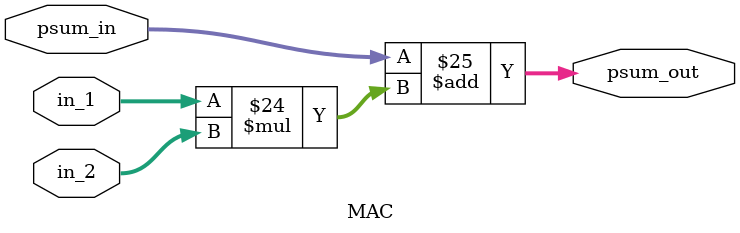
<source format=v>
/**************************************************************************/
// Copyright (c) 2024, OASIS Lab
// MODULE: SA
// FILE NAME: SA_wocg.v
// VERSRION: 1.0
// DATE: Nov 06, 2024
// AUTHOR: Yen-Ning Tung, NYCU AIG
// CODE TYPE: RTL or Behavioral Level (Verilog)
// DESCRIPTION: 2024 Spring IC Lab / Exersise Lab08 / SA_wocg
// MODIFICATION HISTORY:
// Date                 Description
// 
/**************************************************************************/

module SA(
	// Input signals
	clk,
	rst_n,
	in_valid,
	T,
	in_data,
	w_Q,
	w_K,
	w_V,
	// Output signals
	out_valid,
	out_data
);

input clk;
input rst_n;
input in_valid;
input [3:0] T;
input signed [7:0] in_data;
input signed [7:0] w_Q;
input signed [7:0] w_K;
input signed [7:0] w_V;

output reg out_valid;
output reg signed [63:0] out_data;

//==============================================//
//       parameter & integer declaration        //
//==============================================//
localparam IDLE = 'd0;
localparam CAL 	= 'd1;
localparam WAIT = 'd2;
localparam DOUT	= 'd3;


//==============================================//
//           reg & wire declaration             //
//==============================================//
// state
reg [1:0] state, next_state;


// input regs
reg signed [7:0] in_data_reg [0:7][0:7];
reg signed [7:0] weight_reg  [0:7][0:7];
reg [3:0] T_reg;

// after linear
reg signed [18:0] Q_matrix [0:7][0:7];
reg signed [18:0] K_matrix [0:7][0:7];
reg signed [18:0] V_matrix [0:7][0:7];

// Q * K
reg signed [40:0] QK_matrix [0:7][0:7];

reg signed [59:0] P_reg [0:7];
reg signed [60:0] add_stage_1 [0:3];
reg signed [61:0] add_stage_2 [0:1];
reg signed [62:0] out_reg;

// counter
reg [2:0] count_x;
reg [2:0] count_y;
reg [1:0] count_channel;
reg [5:0] out_count;


// control
wire count_x_done = count_x == 'd7;
wire count_y_done = count_y == 'd7;
wire count_channel_done = count_channel == 'd3;

wire cal_done 	= count_x_done & count_channel_done;
wire wait_done 	= count_x == 'd1;
wire dout_done 	= out_count == (T_reg << 3) - 'd1;

//==============================================//
//                  design                      //
//==============================================//
// next state logic
always @(*) begin
	case(state)
		IDLE 	: next_state = in_valid 	? CAL 	: IDLE;
		CAL		: next_state = cal_done 	? WAIT	: CAL;
		WAIT	: next_state = wait_done	? DOUT 	: WAIT;
		DOUT	: next_state = dout_done	? IDLE	: DOUT;
		default : next_state = IDLE;
	endcase
end

// FSM
always @(posedge clk or negedge rst_n) begin
	if(!rst_n) begin
		state <= IDLE;
	end
	else begin
		state <= next_state;
	end
end


// input regs
integer i, j;
always @(posedge clk or negedge rst_n) begin
	if(!rst_n) begin
		for(i=0; i<8; i=i+1) begin
			for(j=0; j<8; j=j+1) begin
				in_data_reg[i][j] <= 'd0;
			end
		end
	end
	else if(in_valid) begin
		if (state == IDLE) begin
			in_data_reg[0][0] <= in_data;
		end
		else if (count_y < T_reg & count_channel == 'd0) begin
			in_data_reg[count_y][count_x] <= in_data;
		end
	end
end

always @(posedge clk or negedge rst_n) begin
	if(!rst_n) begin
		for(i=0; i<8; i=i+1) begin
			for(j=0; j<8; j=j+1) begin
				weight_reg[i][j] <= 'd0;
			end
		end
	end
	else if(in_valid) begin
		if(count_channel == 'd0) begin
			weight_reg[count_y][count_x] <= w_Q;
		end
		else if(count_channel == 'd1) begin
			weight_reg[count_y][count_x] <= w_K;
		end
		else if(count_channel == 'd2) begin
			weight_reg[count_y][count_x] <= w_V;
		end
	end
	else if(state == IDLE) begin
		for(i=0; i<8; i=i+1) begin
			for(j=0; j<8; j=j+1) begin
				weight_reg[i][j] <= 'd0;
			end
		end
	end
end

always @(posedge clk or negedge rst_n) begin
	if(!rst_n) begin
		T_reg <= 'd0;
	end
	else if(in_valid & count_x == 'd0 & count_y == 'd0 & count_channel == 'd0) begin
		T_reg <= T;
	end
	else if(state == IDLE) begin
		T_reg <= 'd0;
	end
end

// counter
always @(posedge clk or negedge rst_n) begin
	if(!rst_n) begin
		count_x <= 'd0;
	end
	else if(in_valid | state == CAL) begin
		count_x <= count_x_done ? 'd0 : (count_x + 'd1);
	end
	else if(state == WAIT | state == DOUT) begin
		count_x <= count_x_done ? 'd0 : (count_x + 'd1);
	end
	else if(state == IDLE) begin
		count_x <= 'd0;
	end
end

always @(posedge clk or negedge rst_n) begin
	if(!rst_n) begin
		count_y <= 'd0;
	end
	else if(count_x_done) begin
		count_y <= count_y_done ? 'd0 : (count_y + 'd1);
	end
	else if(state == IDLE) begin
		count_y <= 'd0;
	end
end

always @(posedge clk or negedge rst_n) begin
	if(!rst_n) begin
		count_channel <= 'd0;
	end
	else if(count_x_done & count_y_done) begin
		count_channel <= count_channel_done ? 'd0 : (count_channel + 'd1);
	end
	else if(state == IDLE) begin
		count_channel <= 'd0;
	end
end


reg signed [7:0] mac_0_in_1, mac_1_in_1, mac_2_in_1, mac_3_in_1, mac_4_in_1, mac_5_in_1, mac_6_in_1, mac_7_in_1;
reg signed [7:0] mac_0_in_2, mac_1_in_2, mac_2_in_2, mac_3_in_2, mac_4_in_2, mac_5_in_2, mac_6_in_2, mac_7_in_2;
reg signed [18:0] mac_0_psum_in, mac_1_psum_in, mac_2_psum_in, mac_3_psum_in, mac_4_psum_in, mac_5_psum_in, mac_6_psum_in, mac_7_psum_in;
wire signed [18:0] mac_0_psum_out, mac_1_psum_out, mac_2_psum_out, mac_3_psum_out, mac_4_psum_out, mac_5_psum_out, mac_6_psum_out, mac_7_psum_out;

MAC MAC_inst_0 (.in_1(mac_0_in_1), .in_2(mac_0_in_2), .psum_in(mac_0_psum_in), .psum_out(mac_0_psum_out));
MAC MAC_inst_1 (.in_1(mac_1_in_1), .in_2(mac_1_in_2), .psum_in(mac_1_psum_in), .psum_out(mac_1_psum_out));
MAC MAC_inst_2 (.in_1(mac_2_in_1), .in_2(mac_2_in_2), .psum_in(mac_2_psum_in), .psum_out(mac_2_psum_out));
MAC MAC_inst_3 (.in_1(mac_3_in_1), .in_2(mac_3_in_2), .psum_in(mac_3_psum_in), .psum_out(mac_3_psum_out));
MAC MAC_inst_4 (.in_1(mac_4_in_1), .in_2(mac_4_in_2), .psum_in(mac_4_psum_in), .psum_out(mac_4_psum_out));
MAC MAC_inst_5 (.in_1(mac_5_in_1), .in_2(mac_5_in_2), .psum_in(mac_5_psum_in), .psum_out(mac_5_psum_out));
MAC MAC_inst_6 (.in_1(mac_6_in_1), .in_2(mac_6_in_2), .psum_in(mac_6_psum_in), .psum_out(mac_6_psum_out));
MAC MAC_inst_7 (.in_1(mac_7_in_1), .in_2(mac_7_in_2), .psum_in(mac_7_psum_in), .psum_out(mac_7_psum_out));

always @(*) begin
	case(count_channel)
		'd1 : begin
			mac_0_in_1 = in_data_reg[0][count_y];
			mac_1_in_1 = in_data_reg[1][count_y];
			mac_2_in_1 = in_data_reg[2][count_y];
			mac_3_in_1 = in_data_reg[3][count_y];
			mac_4_in_1 = in_data_reg[4][count_y];
			mac_5_in_1 = in_data_reg[5][count_y];
			mac_6_in_1 = in_data_reg[6][count_y];
			mac_7_in_1 = in_data_reg[7][count_y];
			mac_0_in_2 = weight_reg[count_y][count_x];
			mac_1_in_2 = weight_reg[count_y][count_x];
			mac_2_in_2 = weight_reg[count_y][count_x];
			mac_3_in_2 = weight_reg[count_y][count_x];
			mac_4_in_2 = weight_reg[count_y][count_x];
			mac_5_in_2 = weight_reg[count_y][count_x];
			mac_6_in_2 = weight_reg[count_y][count_x];
			mac_7_in_2 = weight_reg[count_y][count_x];
			mac_0_psum_in = Q_matrix[0][count_x];
			mac_1_psum_in = Q_matrix[1][count_x];
			mac_2_psum_in = Q_matrix[2][count_x];
			mac_3_psum_in = Q_matrix[3][count_x];
			mac_4_psum_in = Q_matrix[4][count_x];
			mac_5_psum_in = Q_matrix[5][count_x];
			mac_6_psum_in = Q_matrix[6][count_x];
			mac_7_psum_in = Q_matrix[7][count_x];
		end
		'd2 : begin
			mac_0_in_1 = in_data_reg[0][count_y];
			mac_1_in_1 = in_data_reg[1][count_y];
			mac_2_in_1 = in_data_reg[2][count_y];
			mac_3_in_1 = in_data_reg[3][count_y];
			mac_4_in_1 = in_data_reg[4][count_y];
			mac_5_in_1 = in_data_reg[5][count_y];
			mac_6_in_1 = in_data_reg[6][count_y];
			mac_7_in_1 = in_data_reg[7][count_y];
			mac_0_in_2 = weight_reg[count_y][count_x];
			mac_1_in_2 = weight_reg[count_y][count_x];
			mac_2_in_2 = weight_reg[count_y][count_x];
			mac_3_in_2 = weight_reg[count_y][count_x];
			mac_4_in_2 = weight_reg[count_y][count_x];
			mac_5_in_2 = weight_reg[count_y][count_x];
			mac_6_in_2 = weight_reg[count_y][count_x];
			mac_7_in_2 = weight_reg[count_y][count_x];
			mac_0_psum_in = K_matrix[0][count_x];
			mac_1_psum_in = K_matrix[1][count_x];
			mac_2_psum_in = K_matrix[2][count_x];
			mac_3_psum_in = K_matrix[3][count_x];
			mac_4_psum_in = K_matrix[4][count_x];
			mac_5_psum_in = K_matrix[5][count_x];
			mac_6_psum_in = K_matrix[6][count_x];
			mac_7_psum_in = K_matrix[7][count_x];
		end
		'd3 : begin
			mac_0_in_1 = in_data_reg[0][count_x];
			mac_1_in_1 = in_data_reg[0][count_x];
			mac_2_in_1 = in_data_reg[0][count_x];
			mac_3_in_1 = in_data_reg[0][count_x];
			mac_4_in_1 = in_data_reg[0][count_x];
			mac_5_in_1 = in_data_reg[0][count_x];
			mac_6_in_1 = in_data_reg[0][count_x];
			mac_7_in_1 = in_data_reg[0][count_x];
			mac_0_in_2 = weight_reg[count_x][0];
			mac_1_in_2 = weight_reg[count_x][1];
			mac_2_in_2 = weight_reg[count_x][2];
			mac_3_in_2 = weight_reg[count_x][3];
			mac_4_in_2 = weight_reg[count_x][4];
			mac_5_in_2 = weight_reg[count_x][5];
			mac_6_in_2 = weight_reg[count_x][6];
			mac_7_in_2 = weight_reg[count_x][7];
			mac_0_psum_in = V_matrix[0][0];
			mac_1_psum_in = V_matrix[0][1];
			mac_2_psum_in = V_matrix[0][2];
			mac_3_psum_in = V_matrix[0][3];
			mac_4_psum_in = V_matrix[0][4];
			mac_5_psum_in = V_matrix[0][5];
			mac_6_psum_in = V_matrix[0][6];
			mac_7_psum_in = V_matrix[0][7];
		end
		default : begin
			mac_0_in_1 = 'd0;
			mac_1_in_1 = 'd0;
			mac_2_in_1 = 'd0;
			mac_3_in_1 = 'd0;
			mac_4_in_1 = 'd0;
			mac_5_in_1 = 'd0;
			mac_6_in_1 = 'd0;
			mac_7_in_1 = 'd0;
			mac_0_in_2 = 'd0;
			mac_1_in_2 = 'd0;
			mac_2_in_2 = 'd0;
			mac_3_in_2 = 'd0;
			mac_4_in_2 = 'd0;
			mac_5_in_2 = 'd0;
			mac_6_in_2 = 'd0;
			mac_7_in_2 = 'd0;
			mac_0_psum_in = 'd0;
			mac_1_psum_in = 'd0;
			mac_2_psum_in = 'd0;
			mac_3_psum_in = 'd0;
			mac_4_psum_in = 'd0;
			mac_5_psum_in = 'd0;
			mac_6_psum_in = 'd0;
			mac_7_psum_in = 'd0;
		end
	endcase
end



// Q, K, V matrix calculation
always @(posedge clk or negedge rst_n) begin
	if(!rst_n) begin
		for(i=0; i<8; i=i+1) begin
			for(j=0; j<8; j=j+1) begin
				Q_matrix[i][j] <= 'd0;
			end
		end
	end
	else if(state == IDLE) begin
		for(i=0; i<8; i=i+1) begin
			for(j=0; j<8; j=j+1) begin
				Q_matrix[i][j] <= 'd0;
			end
		end
	end
	else if(count_channel == 'd1) begin
		Q_matrix[0][count_x] <= mac_0_psum_out;
		Q_matrix[1][count_x] <= mac_1_psum_out;
		Q_matrix[2][count_x] <= mac_2_psum_out;
		Q_matrix[3][count_x] <= mac_3_psum_out;
		Q_matrix[4][count_x] <= mac_4_psum_out;
		Q_matrix[5][count_x] <= mac_5_psum_out;
		Q_matrix[6][count_x] <= mac_6_psum_out;
		Q_matrix[7][count_x] <= mac_7_psum_out;
	end
end

always @(posedge clk or negedge rst_n) begin
	if(!rst_n) begin
		for(i=0; i<8; i=i+1) begin
			for(j=0; j<8; j=j+1) begin
				K_matrix[i][j] <= 'd0;
			end
		end
	end
	else if(state == IDLE) begin
		for(i=0; i<8; i=i+1) begin
			for(j=0; j<8; j=j+1) begin
				K_matrix[i][j] <= 'd0;
			end
		end
	end
	else if(count_channel == 'd2) begin
		K_matrix[0][count_x] <= mac_0_psum_out;
		K_matrix[1][count_x] <= mac_1_psum_out;
		K_matrix[2][count_x] <= mac_2_psum_out;
		K_matrix[3][count_x] <= mac_3_psum_out;
		K_matrix[4][count_x] <= mac_4_psum_out;
		K_matrix[5][count_x] <= mac_5_psum_out;
		K_matrix[6][count_x] <= mac_6_psum_out;
		K_matrix[7][count_x] <= mac_7_psum_out;
	end
end

always @(posedge clk or negedge rst_n) begin
	if(!rst_n) begin
		for(i=0; i<8; i=i+1) begin
			for(j=0; j<8; j=j+1) begin
				V_matrix[i][j] <= 'd0;
			end
		end
	end
	else if(state == IDLE) begin
		for(i=0; i<8; i=i+1) begin
			for(j=0; j<8; j=j+1) begin
				V_matrix[i][j] <= 'd0;
			end
		end
	end
	else if(count_channel == 'd3 & count_y == 'd0) begin
		V_matrix[0][0] <= mac_0_psum_out;
		V_matrix[0][1] <= mac_1_psum_out;
		V_matrix[0][2] <= mac_2_psum_out;
		V_matrix[0][3] <= mac_3_psum_out;
		V_matrix[0][4] <= mac_4_psum_out;
		V_matrix[0][5] <= mac_5_psum_out;
		V_matrix[0][6] <= mac_6_psum_out;
		V_matrix[0][7] <= mac_7_psum_out;
		V_matrix[1][0] <= V_matrix[1][0] + (in_data_reg[1][count_x] * weight_reg[count_x][0]);
		V_matrix[1][1] <= V_matrix[1][1] + (in_data_reg[1][count_x] * weight_reg[count_x][1]);
		V_matrix[1][2] <= V_matrix[1][2] + (in_data_reg[1][count_x] * weight_reg[count_x][2]);
		V_matrix[1][3] <= V_matrix[1][3] + (in_data_reg[1][count_x] * weight_reg[count_x][3]);
		V_matrix[1][4] <= V_matrix[1][4] + (in_data_reg[1][count_x] * weight_reg[count_x][4]);
		V_matrix[1][5] <= V_matrix[1][5] + (in_data_reg[1][count_x] * weight_reg[count_x][5]);
		V_matrix[1][6] <= V_matrix[1][6] + (in_data_reg[1][count_x] * weight_reg[count_x][6]);
		V_matrix[1][7] <= V_matrix[1][7] + (in_data_reg[1][count_x] * weight_reg[count_x][7]);
		V_matrix[2][0] <= V_matrix[2][0] + (in_data_reg[2][count_x] * weight_reg[count_x][0]);
		V_matrix[2][1] <= V_matrix[2][1] + (in_data_reg[2][count_x] * weight_reg[count_x][1]);
		V_matrix[2][2] <= V_matrix[2][2] + (in_data_reg[2][count_x] * weight_reg[count_x][2]);
		V_matrix[2][3] <= V_matrix[2][3] + (in_data_reg[2][count_x] * weight_reg[count_x][3]);
		V_matrix[2][4] <= V_matrix[2][4] + (in_data_reg[2][count_x] * weight_reg[count_x][4]);
		V_matrix[2][5] <= V_matrix[2][5] + (in_data_reg[2][count_x] * weight_reg[count_x][5]);
		V_matrix[2][6] <= V_matrix[2][6] + (in_data_reg[2][count_x] * weight_reg[count_x][6]);
		V_matrix[2][7] <= V_matrix[2][7] + (in_data_reg[2][count_x] * weight_reg[count_x][7]);
		V_matrix[3][0] <= V_matrix[3][0] + (in_data_reg[3][count_x] * weight_reg[count_x][0]);
		V_matrix[3][1] <= V_matrix[3][1] + (in_data_reg[3][count_x] * weight_reg[count_x][1]);
		V_matrix[3][2] <= V_matrix[3][2] + (in_data_reg[3][count_x] * weight_reg[count_x][2]);
		V_matrix[3][3] <= V_matrix[3][3] + (in_data_reg[3][count_x] * weight_reg[count_x][3]);
		V_matrix[3][4] <= V_matrix[3][4] + (in_data_reg[3][count_x] * weight_reg[count_x][4]);
		V_matrix[3][5] <= V_matrix[3][5] + (in_data_reg[3][count_x] * weight_reg[count_x][5]);
		V_matrix[3][6] <= V_matrix[3][6] + (in_data_reg[3][count_x] * weight_reg[count_x][6]);
		V_matrix[3][7] <= V_matrix[3][7] + (in_data_reg[3][count_x] * weight_reg[count_x][7]);
		V_matrix[4][0] <= V_matrix[4][0] + (in_data_reg[4][count_x] * weight_reg[count_x][0]);
		V_matrix[4][1] <= V_matrix[4][1] + (in_data_reg[4][count_x] * weight_reg[count_x][1]);
		V_matrix[4][2] <= V_matrix[4][2] + (in_data_reg[4][count_x] * weight_reg[count_x][2]);
		V_matrix[4][3] <= V_matrix[4][3] + (in_data_reg[4][count_x] * weight_reg[count_x][3]);
		V_matrix[4][4] <= V_matrix[4][4] + (in_data_reg[4][count_x] * weight_reg[count_x][4]);
		V_matrix[4][5] <= V_matrix[4][5] + (in_data_reg[4][count_x] * weight_reg[count_x][5]);
		V_matrix[4][6] <= V_matrix[4][6] + (in_data_reg[4][count_x] * weight_reg[count_x][6]);
		V_matrix[4][7] <= V_matrix[4][7] + (in_data_reg[4][count_x] * weight_reg[count_x][7]);
		V_matrix[5][0] <= V_matrix[5][0] + (in_data_reg[5][count_x] * weight_reg[count_x][0]);
		V_matrix[5][1] <= V_matrix[5][1] + (in_data_reg[5][count_x] * weight_reg[count_x][1]);
		V_matrix[5][2] <= V_matrix[5][2] + (in_data_reg[5][count_x] * weight_reg[count_x][2]);
		V_matrix[5][3] <= V_matrix[5][3] + (in_data_reg[5][count_x] * weight_reg[count_x][3]);
		V_matrix[5][4] <= V_matrix[5][4] + (in_data_reg[5][count_x] * weight_reg[count_x][4]);
		V_matrix[5][5] <= V_matrix[5][5] + (in_data_reg[5][count_x] * weight_reg[count_x][5]);
		V_matrix[5][6] <= V_matrix[5][6] + (in_data_reg[5][count_x] * weight_reg[count_x][6]);
		V_matrix[5][7] <= V_matrix[5][7] + (in_data_reg[5][count_x] * weight_reg[count_x][7]);
		V_matrix[6][0] <= V_matrix[6][0] + (in_data_reg[6][count_x] * weight_reg[count_x][0]);
		V_matrix[6][1] <= V_matrix[6][1] + (in_data_reg[6][count_x] * weight_reg[count_x][1]);
		V_matrix[6][2] <= V_matrix[6][2] + (in_data_reg[6][count_x] * weight_reg[count_x][2]);
		V_matrix[6][3] <= V_matrix[6][3] + (in_data_reg[6][count_x] * weight_reg[count_x][3]);
		V_matrix[6][4] <= V_matrix[6][4] + (in_data_reg[6][count_x] * weight_reg[count_x][4]);
		V_matrix[6][5] <= V_matrix[6][5] + (in_data_reg[6][count_x] * weight_reg[count_x][5]);
		V_matrix[6][6] <= V_matrix[6][6] + (in_data_reg[6][count_x] * weight_reg[count_x][6]);
		V_matrix[6][7] <= V_matrix[6][7] + (in_data_reg[6][count_x] * weight_reg[count_x][7]);
		V_matrix[7][0] <= V_matrix[7][0] + (in_data_reg[7][count_x] * weight_reg[count_x][0]);
		V_matrix[7][1] <= V_matrix[7][1] + (in_data_reg[7][count_x] * weight_reg[count_x][1]);
		V_matrix[7][2] <= V_matrix[7][2] + (in_data_reg[7][count_x] * weight_reg[count_x][2]);
		V_matrix[7][3] <= V_matrix[7][3] + (in_data_reg[7][count_x] * weight_reg[count_x][3]);
		V_matrix[7][4] <= V_matrix[7][4] + (in_data_reg[7][count_x] * weight_reg[count_x][4]);
		V_matrix[7][5] <= V_matrix[7][5] + (in_data_reg[7][count_x] * weight_reg[count_x][5]);
		V_matrix[7][6] <= V_matrix[7][6] + (in_data_reg[7][count_x] * weight_reg[count_x][6]);
		V_matrix[7][7] <= V_matrix[7][7] + (in_data_reg[7][count_x] * weight_reg[count_x][7]);
	end
end


// Q * K
wire signed [40:0] QK_result [0:7];
assign QK_result[0] = QK_matrix[count_y][0] + (Q_matrix[count_y][count_x] * K_matrix[0][count_x]);
assign QK_result[1] = QK_matrix[count_y][1] + (Q_matrix[count_y][count_x] * K_matrix[1][count_x]);
assign QK_result[2] = QK_matrix[count_y][2] + (Q_matrix[count_y][count_x] * K_matrix[2][count_x]);
assign QK_result[3] = QK_matrix[count_y][3] + (Q_matrix[count_y][count_x] * K_matrix[3][count_x]);
assign QK_result[4] = QK_matrix[count_y][4] + (Q_matrix[count_y][count_x] * K_matrix[4][count_x]);
assign QK_result[5] = QK_matrix[count_y][5] + (Q_matrix[count_y][count_x] * K_matrix[5][count_x]);
assign QK_result[6] = QK_matrix[count_y][6] + (Q_matrix[count_y][count_x] * K_matrix[6][count_x]);
assign QK_result[7] = QK_matrix[count_y][7] + (Q_matrix[count_y][count_x] * K_matrix[7][count_x]);

always @(posedge clk or negedge rst_n) begin
	if(!rst_n) begin
		for(i=0; i<8; i=i+1) begin
			for(j=0; j<8; j=j+1) begin
				QK_matrix[i][j] <= 'd0;
			end
		end
	end
	else if(state == IDLE) begin
		for(i=0; i<8; i=i+1) begin
			for(j=0; j<8; j=j+1) begin
				QK_matrix[i][j] <= 'd0;
			end
		end
	end
	else if(count_channel == 'd3) begin
		QK_matrix[count_y][0] <= count_x_done ? (QK_result[0][40] ? 'd0 : (QK_result[0] / 'd3)) : QK_result[0];
		QK_matrix[count_y][1] <= count_x_done ? (QK_result[1][40] ? 'd0 : (QK_result[1] / 'd3)) : QK_result[1];
		QK_matrix[count_y][2] <= count_x_done ? (QK_result[2][40] ? 'd0 : (QK_result[2] / 'd3)) : QK_result[2];
		QK_matrix[count_y][3] <= count_x_done ? (QK_result[3][40] ? 'd0 : (QK_result[3] / 'd3)) : QK_result[3];
		QK_matrix[count_y][4] <= count_x_done ? (QK_result[4][40] ? 'd0 : (QK_result[4] / 'd3)) : QK_result[4];
		QK_matrix[count_y][5] <= count_x_done ? (QK_result[5][40] ? 'd0 : (QK_result[5] / 'd3)) : QK_result[5];
		QK_matrix[count_y][6] <= count_x_done ? (QK_result[6][40] ? 'd0 : (QK_result[6] / 'd3)) : QK_result[6];
		QK_matrix[count_y][7] <= count_x_done ? (QK_result[7][40] ? 'd0 : (QK_result[7] / 'd3)) : QK_result[7];
	end
end

always @(posedge clk or negedge rst_n) begin
	if(!rst_n) begin
		out_count <= 'd0;
	end
	else if(state == DOUT) begin
		out_count <= dout_done ? 'd0 : (out_count + 'd1);
	end
end

wire [2:0] pre_count_y = (count_y == 'd0) ? 'd7 : (count_y - 'd1);
always @(posedge clk or negedge rst_n) begin
	if(!rst_n) begin
		for(i=0; i<8; i=i+1) begin
			P_reg[i] <= 'd0;
		end
	end
	else begin
		P_reg[0] <= (QK_matrix[pre_count_y][0] * V_matrix[0][count_x]);
		P_reg[1] <= (QK_matrix[pre_count_y][1] * V_matrix[1][count_x]);
		P_reg[2] <= (QK_matrix[pre_count_y][2] * V_matrix[2][count_x]);
		P_reg[3] <= (QK_matrix[pre_count_y][3] * V_matrix[3][count_x]);
		P_reg[4] <= (QK_matrix[pre_count_y][4] * V_matrix[4][count_x]);
		P_reg[5] <= (QK_matrix[pre_count_y][5] * V_matrix[5][count_x]);
		P_reg[6] <= (QK_matrix[pre_count_y][6] * V_matrix[6][count_x]);
		P_reg[7] <= (QK_matrix[pre_count_y][7] * V_matrix[7][count_x]);
	end
end

always @(posedge clk or negedge rst_n) begin
	if(!rst_n) begin
		out_reg <= 'd0;
	end
	else begin
		out_reg <= P_reg[0] + P_reg[1] + P_reg[2] + P_reg[3] + P_reg[4] + P_reg[5] + P_reg[6] + P_reg[7];
	end
end

// output
always @(*) begin
	if(state == DOUT) begin
		out_valid = 1'b1;
	end
	else begin
		out_valid = 1'b0;
	end
end

always @(*) begin
	if(out_valid) begin
		out_data = out_reg;
	end
	else begin
		out_data = 'd0;
	end
end

endmodule


module MAC(
	input signed [7:0] in_1,
	input signed [7:0] in_2,
	input signed [18:0] psum_in,
	output signed [18:0] psum_out
);

assign psum_out = psum_in + (in_1 * in_2);

endmodule


</source>
